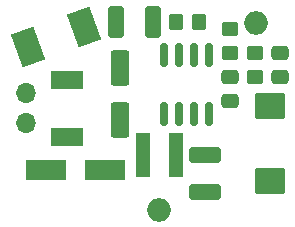
<source format=gbr>
%TF.GenerationSoftware,KiCad,Pcbnew,(6.0.9)*%
%TF.CreationDate,2024-03-30T18:15:30+01:00*%
%TF.ProjectId,HBW-IO-4-FM_Platine2,4842572d-494f-42d3-942d-464d5f506c61,rev?*%
%TF.SameCoordinates,Original*%
%TF.FileFunction,Soldermask,Top*%
%TF.FilePolarity,Negative*%
%FSLAX46Y46*%
G04 Gerber Fmt 4.6, Leading zero omitted, Abs format (unit mm)*
G04 Created by KiCad (PCBNEW (6.0.9)) date 2024-03-30 18:15:30*
%MOMM*%
%LPD*%
G01*
G04 APERTURE LIST*
G04 Aperture macros list*
%AMRoundRect*
0 Rectangle with rounded corners*
0 $1 Rounding radius*
0 $2 $3 $4 $5 $6 $7 $8 $9 X,Y pos of 4 corners*
0 Add a 4 corners polygon primitive as box body*
4,1,4,$2,$3,$4,$5,$6,$7,$8,$9,$2,$3,0*
0 Add four circle primitives for the rounded corners*
1,1,$1+$1,$2,$3*
1,1,$1+$1,$4,$5*
1,1,$1+$1,$6,$7*
1,1,$1+$1,$8,$9*
0 Add four rect primitives between the rounded corners*
20,1,$1+$1,$2,$3,$4,$5,0*
20,1,$1+$1,$4,$5,$6,$7,0*
20,1,$1+$1,$6,$7,$8,$9,0*
20,1,$1+$1,$8,$9,$2,$3,0*%
%AMRotRect*
0 Rectangle, with rotation*
0 The origin of the aperture is its center*
0 $1 length*
0 $2 width*
0 $3 Rotation angle, in degrees counterclockwise*
0 Add horizontal line*
21,1,$1,$2,0,0,$3*%
G04 Aperture macros list end*
%ADD10RoundRect,0.250000X-1.025000X0.875000X-1.025000X-0.875000X1.025000X-0.875000X1.025000X0.875000X0*%
%ADD11R,3.500000X1.800000*%
%ADD12RoundRect,0.250000X-0.450000X0.350000X-0.450000X-0.350000X0.450000X-0.350000X0.450000X0.350000X0*%
%ADD13RoundRect,0.250000X-0.550000X1.250000X-0.550000X-1.250000X0.550000X-1.250000X0.550000X1.250000X0*%
%ADD14O,1.700000X1.700000*%
%ADD15RoundRect,0.250000X-0.412500X-1.100000X0.412500X-1.100000X0.412500X1.100000X-0.412500X1.100000X0*%
%ADD16RoundRect,0.150000X0.150000X-0.825000X0.150000X0.825000X-0.150000X0.825000X-0.150000X-0.825000X0*%
%ADD17RoundRect,0.250000X-1.100000X0.412500X-1.100000X-0.412500X1.100000X-0.412500X1.100000X0.412500X0*%
%ADD18RoundRect,0.250000X0.350000X0.450000X-0.350000X0.450000X-0.350000X-0.450000X0.350000X-0.450000X0*%
%ADD19R,1.200000X3.700000*%
%ADD20RoundRect,0.250000X0.475000X-0.337500X0.475000X0.337500X-0.475000X0.337500X-0.475000X-0.337500X0*%
%ADD21O,2.000000X2.000000*%
%ADD22RotRect,2.020000X2.950000X20.000000*%
%ADD23R,2.700000X1.500000*%
%ADD24RoundRect,0.250000X-0.475000X0.337500X-0.475000X-0.337500X0.475000X-0.337500X0.475000X0.337500X0*%
G04 APERTURE END LIST*
D10*
%TO.C,C4*%
X148600000Y-92750000D03*
X148600000Y-99150000D03*
%TD*%
D11*
%TO.C,D2*%
X134600000Y-98150000D03*
X129600000Y-98150000D03*
%TD*%
D12*
%TO.C,R2*%
X145200000Y-86250000D03*
X145200000Y-88250000D03*
%TD*%
D13*
%TO.C,C6*%
X135900000Y-89550000D03*
X135900000Y-93950000D03*
%TD*%
D14*
%TO.C,J1*%
X127900000Y-91660000D03*
X127900000Y-94200000D03*
%TD*%
D15*
%TO.C,C5*%
X135575000Y-85650000D03*
X138700000Y-85650000D03*
%TD*%
D16*
%TO.C,IC1*%
X139595000Y-93425000D03*
X140865000Y-93425000D03*
X142135000Y-93425000D03*
X143405000Y-93425000D03*
X143405000Y-88475000D03*
X142135000Y-88475000D03*
X140865000Y-88475000D03*
X139595000Y-88475000D03*
%TD*%
D17*
%TO.C,C2*%
X143100000Y-96950000D03*
X143100000Y-100075000D03*
%TD*%
D18*
%TO.C,R3*%
X142600000Y-85650000D03*
X140600000Y-85650000D03*
%TD*%
D19*
%TO.C,L1*%
X140600000Y-96950000D03*
X137800000Y-96950000D03*
%TD*%
D12*
%TO.C,R1*%
X147300000Y-88300000D03*
X147300000Y-90300000D03*
%TD*%
D20*
%TO.C,C3*%
X149400000Y-90337500D03*
X149400000Y-88262500D03*
%TD*%
D21*
%TO.C,ST3*%
X147400000Y-85750000D03*
%TD*%
D22*
%TO.C,SI1*%
X128101536Y-87760100D03*
X132800000Y-86050000D03*
%TD*%
D23*
%TO.C,D1*%
X131400000Y-95350000D03*
X131400000Y-90550000D03*
%TD*%
D24*
%TO.C,C1*%
X145200000Y-90300000D03*
X145200000Y-92375000D03*
%TD*%
D21*
%TO.C,ST4*%
X139200000Y-101550000D03*
%TD*%
M02*

</source>
